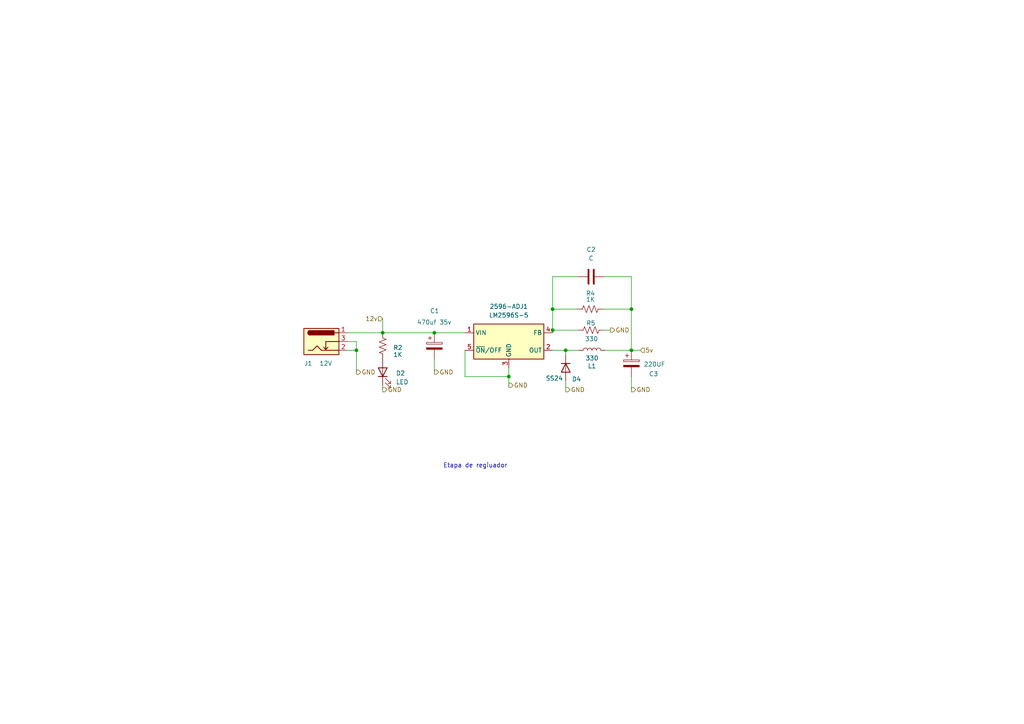
<source format=kicad_sch>
(kicad_sch (version 20230121) (generator eeschema)
  (paper "A4")
  (lib_symbols
    (symbol "Connector:Barrel_Jack_Switch" (pin_names hide)
      (property "Reference" "J" (at 0 5.334 0))
      (property "Value" "Barrel_Jack_Switch" (at 0 -5.08 0))
      (symbol "Barrel_Jack_Switch_0_1"
        (rectangle (start -5.08 3.81) (end 5.08 -3.81) (stroke (width 0.254)) (fill (type background)))
        (arc (start -3.302 3.175) (mid -3.9343 2.54) (end -3.302 1.905) (stroke (width 0.254)))
        (arc (start -3.302 3.175) (mid -3.9343 2.54) (end -3.302 1.905) (stroke (width 0.254)) (fill (type outline)))
        (polyline (pts (xy 1.27 -2.286) (xy 1.905 -1.651)) (stroke (width 0.254)))
        (polyline (pts (xy 5.08 2.54) (xy 3.81 2.54)) (stroke (width 0.254)))
        (polyline (pts (xy 5.08 0) (xy 1.27 0) (xy 1.27 -2.286) (xy 0.635 -1.651)) (stroke (width 0.254)))
        (polyline (pts (xy -3.81 -2.54) (xy -2.54 -2.54) (xy -1.27 -1.27) (xy 0 -2.54) (xy 2.54 -2.54) (xy 5.08 -2.54)) (stroke (width 0.254)))
        (rectangle (start 3.683 3.175) (end -3.302 1.905) (stroke (width 0.254)) (fill (type outline)))
      )
      (symbol "Barrel_Jack_Switch_1_1"
        (pin passive line (at 7.62 2.54 180) (length 2.54) (name "~") (number "1"))
        (pin passive line (at 7.62 -2.54 180) (length 2.54) (name "~") (number "2"))
        (pin passive line (at 7.62 0 180) (length 2.54) (name "~") (number "3"))
      )
    )
    (symbol "Device:C" (pin_numbers hide) (pin_names (offset 0.254))
      (property "Reference" "C" (at 0.635 2.54 0))
      (property "Value" "C" (at 0.635 -2.54 0))
      (symbol "C_0_1"
        (polyline (pts (xy -2.032 -0.762) (xy 2.032 -0.762)) (stroke (width 0.508)))
        (polyline (pts (xy -2.032 0.762) (xy 2.032 0.762)) (stroke (width 0.508)))
      )
      (symbol "C_1_1"
        (pin passive line (at 0 3.81 270) (length 2.794) (name "~") (number "1"))
        (pin passive line (at 0 -3.81 90) (length 2.794) (name "~") (number "2"))
      )
    )
    (symbol "Device:C_Polarized" (pin_numbers hide) (pin_names (offset 0.254))
      (property "Reference" "C" (at 0.635 2.54 0))
      (property "Value" "C_Polarized" (at 0.635 -2.54 0))
      (symbol "C_Polarized_0_1"
        (rectangle (start -2.286 0.508) (end 2.286 1.016))
        (polyline (pts (xy -1.778 2.286) (xy -0.762 2.286)))
        (polyline (pts (xy -1.27 2.794) (xy -1.27 1.778)))
        (rectangle (start 2.286 -0.508) (end -2.286 -1.016) (fill (type outline)))
      )
      (symbol "C_Polarized_1_1"
        (pin passive line (at 0 3.81 270) (length 2.794) (name "~") (number "1"))
        (pin passive line (at 0 -3.81 90) (length 2.794) (name "~") (number "2"))
      )
    )
    (symbol "Device:L" (pin_numbers hide) (pin_names (offset 1.016) hide)
      (property "Reference" "L" (at -1.27 0 90))
      (property "Value" "L" (at 1.905 0 90))
      (symbol "L_0_1"
        (arc (start 0 -2.54) (mid 0.6323 -1.905) (end 0 -1.27))
        (arc (start 0 -1.27) (mid 0.6323 -0.635) (end 0 0))
        (arc (start 0 0) (mid 0.6323 0.635) (end 0 1.27))
        (arc (start 0 1.27) (mid 0.6323 1.905) (end 0 2.54))
      )
      (symbol "L_1_1"
        (pin passive line (at 0 3.81 270) (length 1.27) (name "1") (number "1"))
        (pin passive line (at 0 -3.81 90) (length 1.27) (name "2") (number "2"))
      )
    )
    (symbol "Device:LED" (pin_numbers hide) (pin_names (offset 1.016) hide)
      (property "Reference" "D" (at 0 2.54 0))
      (property "Value" "LED" (at 0 -2.54 0))
      (symbol "LED_0_1"
        (polyline (pts (xy -1.27 -1.27) (xy -1.27 1.27)) (stroke (width 0.254)))
        (polyline (pts (xy -1.27 0) (xy 1.27 0)))
        (polyline (pts (xy 1.27 -1.27) (xy 1.27 1.27) (xy -1.27 0) (xy 1.27 -1.27)) (stroke (width 0.254)))
        (polyline (pts (xy -3.048 -0.762) (xy -4.572 -2.286) (xy -3.81 -2.286) (xy -4.572 -2.286) (xy -4.572 -1.524)))
        (polyline (pts (xy -1.778 -0.762) (xy -3.302 -2.286) (xy -2.54 -2.286) (xy -3.302 -2.286) (xy -3.302 -1.524)))
      )
      (symbol "LED_1_1"
        (pin passive line (at -3.81 0 0) (length 2.54) (name "K") (number "1"))
        (pin passive line (at 3.81 0 180) (length 2.54) (name "A") (number "2"))
      )
    )
    (symbol "Device:R_US" (pin_numbers hide) (pin_names (offset 0))
      (property "Reference" "R" (at 2.54 0 90))
      (property "Value" "R_US" (at -2.54 0 90))
      (symbol "R_US_0_1"
        (polyline (pts (xy 0 -2.286) (xy 0 -2.54)))
        (polyline (pts (xy 0 2.286) (xy 0 2.54)))
        (polyline (pts (xy 0 -0.762) (xy 1.016 -1.143) (xy 0 -1.524) (xy -1.016 -1.905) (xy 0 -2.286)))
        (polyline (pts (xy 0 0.762) (xy 1.016 0.381) (xy 0 0) (xy -1.016 -0.381) (xy 0 -0.762)))
        (polyline (pts (xy 0 2.286) (xy 1.016 1.905) (xy 0 1.524) (xy -1.016 1.143) (xy 0 0.762)))
      )
      (symbol "R_US_1_1"
        (pin passive line (at 0 3.81 270) (length 1.27) (name "~") (number "1"))
        (pin passive line (at 0 -3.81 90) (length 1.27) (name "~") (number "2"))
      )
    )
    (symbol "Diode:US2MA" (pin_numbers hide) (pin_names (offset 1.016) hide)
      (property "Reference" "D" (at 0 2.54 0))
      (property "Value" "US2MA" (at 0 -2.54 0))
      (symbol "US2MA_0_1"
        (polyline (pts (xy -1.27 1.27) (xy -1.27 -1.27)) (stroke (width 0.254)))
        (polyline (pts (xy 1.27 0) (xy -1.27 0)))
        (polyline (pts (xy 1.27 1.27) (xy 1.27 -1.27) (xy -1.27 0) (xy 1.27 1.27)) (stroke (width 0.254)))
      )
      (symbol "US2MA_1_1"
        (pin passive line (at -3.81 0 0) (length 2.54) (name "K") (number "1"))
        (pin passive line (at 3.81 0 180) (length 2.54) (name "A") (number "2"))
      )
    )
    (symbol "Regulator_Switching:LM2596S-5"
      (property "Reference" "U" (at -10.16 6.35 0))
      (property "Value" "LM2596S-5" (at 0 6.35 0))
      (symbol "LM2596S-5_0_1"
        (rectangle (start -10.16 5.08) (end 10.16 -5.08) (stroke (width 0.254)) (fill (type background)))
      )
      (symbol "LM2596S-5_1_1"
        (pin power_in line (at -12.7 2.54 0) (length 2.54) (name "VIN") (number "1"))
        (pin output line (at 12.7 -2.54 180) (length 2.54) (name "OUT") (number "2"))
        (pin power_in line (at 0 -7.62 90) (length 2.54) (name "GND") (number "3"))
        (pin input line (at 12.7 2.54 180) (length 2.54) (name "FB") (number "4"))
        (pin input line (at -12.7 -2.54 0) (length 2.54) (name "~{ON}/OFF") (number "5"))
      )
    )
  )
  (junction (at 103.378 101.6))
  (junction (at 160.274 89.662))
  (junction (at 160.274 95.758))
  (junction (at 164.084 101.6))
  (junction (at 183.134 101.6))
  (junction (at 125.984 96.52))
  (junction (at 183.134 89.662))
  (junction (at 110.998 96.52))
  (junction (at 147.574 109.22))
  (wire (pts (xy 175.006 89.662) (xy 183.134 89.662)))
  (wire (pts (xy 103.378 101.6) (xy 103.378 107.95)))
  (wire (pts (xy 160.274 101.6) (xy 164.084 101.6)))
  (wire (pts (xy 134.874 109.22) (xy 147.574 109.22)))
  (wire (pts (xy 164.084 102.87) (xy 164.084 101.6)))
  (wire (pts (xy 100.838 101.6) (xy 103.378 101.6)))
  (wire (pts (xy 110.998 96.52) (xy 100.838 96.52)))
  (wire (pts (xy 110.998 111.76) (xy 110.998 113.03)))
  (wire (pts (xy 175.26 80.264) (xy 183.134 80.264)))
  (wire (pts (xy 134.874 101.6) (xy 134.874 109.22)))
  (wire (pts (xy 183.134 80.264) (xy 183.134 89.662)))
  (wire (pts (xy 160.274 95.758) (xy 160.274 96.52)))
  (wire (pts (xy 167.64 80.264) (xy 160.274 80.264)))
  (wire (pts (xy 125.984 96.52) (xy 134.874 96.52)))
  (wire (pts (xy 125.984 104.14) (xy 125.984 107.95)))
  (wire (pts (xy 160.274 80.264) (xy 160.274 89.662)))
  (wire (pts (xy 147.574 109.22) (xy 147.574 111.76)))
  (wire (pts (xy 160.274 89.662) (xy 160.274 95.758)))
  (wire (pts (xy 147.574 106.68) (xy 147.574 109.22)))
  (wire (pts (xy 103.378 99.06) (xy 103.378 101.6)))
  (wire (pts (xy 167.386 89.662) (xy 160.274 89.662)))
  (wire (pts (xy 175.514 101.6) (xy 183.134 101.6)))
  (wire (pts (xy 183.134 109.22) (xy 183.134 113.03)))
  (wire (pts (xy 160.274 95.758) (xy 167.64 95.758)))
  (wire (pts (xy 183.134 89.662) (xy 183.134 101.6)))
  (wire (pts (xy 110.998 96.52) (xy 125.984 96.52)))
  (wire (pts (xy 100.838 99.06) (xy 103.378 99.06)))
  (wire (pts (xy 164.084 113.03) (xy 164.084 110.49)))
  (wire (pts (xy 110.998 92.456) (xy 110.998 96.52)))
  (wire (pts (xy 164.084 101.6) (xy 167.894 101.6)))
  (wire (pts (xy 175.26 95.758) (xy 177.038 95.758)))
  (wire (pts (xy 183.134 101.6) (xy 185.674 101.6)))
  (text "Etapa de regiuador\n" (at 128.524 135.89 0) (effects (font (size 1.27 1.27)) (justify left bottom)))
  (hierarchical_label "GND" (shape output) (at 164.084 113.03 0))
  (hierarchical_label "GND" (shape output) (at 103.378 107.95 0))
  (hierarchical_label "GND" (shape output) (at 177.038 95.758 0))
  (hierarchical_label "GND" (shape output) (at 147.574 111.76 0))
  (hierarchical_label "5v" (shape input) (at 185.674 101.6 0))
  (hierarchical_label "12v" (shape input) (at 110.998 92.456 180))
  (hierarchical_label "GND" (shape output) (at 183.134 113.03 0))
  (hierarchical_label "GND" (shape output) (at 125.984 107.95 0))
  (hierarchical_label "GND" (shape output) (at 110.998 113.03 0))
  (symbol (lib_id "Device:LED") (at 110.998 107.95 90) (unit 1)
    (property "Reference" "D2" (at 114.808 108.2674 90) (effects (justify right)))
    (property "Value" "LED" (at 114.808 110.8074 90) (effects (justify right)))
    (property "Footprint" "Resistor_SMD:R_1206_3216Metric_Pad1.30x1.75mm_HandSolder" (effects hide))
    (instances (project "SCARAB-V1" (path "" (reference "D2") (unit 1))) (project "ER-PROMEGA-SHIELD" (path "" (reference "D1") (unit 1))))
  )
  (symbol (lib_id "Device:R_US") (at 110.998 100.33 0) (unit 1)
    (property "Reference" "R2" (at 114.046 100.838 0) (effects (justify left)))
    (property "Value" "1K" (at 114.046 102.87 0) (effects (justify left)))
    (property "Footprint" "Resistor_SMD:R_0805_2012Metric_Pad1.20x1.40mm_HandSolder" (effects hide))
    (instances (project "SCARAB-V1" (path "" (reference "R2") (unit 1))) (project "ER-PROMEGA-SHIELD" (path "" (reference "R1") (unit 1))))
  )
  (symbol (lib_id "Device:C") (at 171.45 80.264 90) (unit 1)
    (property "Reference" "C2" (at 171.45 72.39 90))
    (property "Value" "C" (at 171.45 74.93 90))
    (property "Footprint" "Capacitor_SMD:C_0805_2012Metric" (effects hide))
  )
  (symbol (lib_id "Device:R_US") (at 171.196 89.662 270) (unit 1)
    (property "Reference" "R4" (at 169.926 85.09 90) (effects (justify left)))
    (property "Value" "1K" (at 169.926 86.868 90) (effects (justify left)))
    (property "Footprint" "Resistor_SMD:R_0805_2012Metric_Pad1.20x1.40mm_HandSolder" (effects hide))
    (instances (project "SCARAB-V1" (path "" (reference "R4") (unit 1))) (project "ER-PROMEGA-SHIELD" (path "" (reference "R2") (unit 1))))
  )
  (symbol (lib_id "Connector:Barrel_Jack_Switch") (at 93.218 99.06 0) (unit 1)
    (property "Reference" "J1" (at 89.408 105.41 0))
    (property "Value" "12V" (at 94.488 105.41 0))
    (property "Footprint" "Connector_BarrelJack:BarrelJack_Horizontal" (effects hide))
  )
  (symbol (lib_id "Device:R_US") (at 171.45 95.758 90) (unit 1)
    (property "Reference" "R5" (at 172.72 93.726 90) (effects (justify left)))
    (property "Value" "330" (at 173.482 98.298 90) (effects (justify left)))
    (property "Footprint" "Resistor_SMD:R_0805_2012Metric_Pad1.20x1.40mm_HandSolder" (effects hide))
    (instances (project "SCARAB-V1" (path "" (reference "R5") (unit 1))) (project "ER-PROMEGA-SHIELD" (path "" (reference "R3") (unit 1))))
  )
  (symbol (lib_id "Device:L") (at 171.704 101.6 90) (unit 1)
    (property "Reference" "L1" (at 171.704 106.172 90))
    (property "Value" "330" (at 171.704 103.886 90))
    (property "Footprint" "Inductor_SMD:L_Bourns-SRN1060" (effects hide))
  )
  (symbol (lib_id "Diode:US2MA") (at 164.084 106.68 270) (unit 1)
    (property "Reference" "D4" (at 165.862 109.982 90) (effects (justify left)))
    (property "Value" "SS24" (at 158.242 109.728 90) (effects (justify left)))
    (property "Footprint" "Diode_SMD:D_SMA" (effects hide))
    (property "Datasheet" "https://www.onsemi.com/pub/Collateral/US2AA-D.PDF" (effects hide))
    (instances (project "SCARAB-V1" (path "" (reference "D4") (unit 1))) (project "ER-PROMEGA-SHIELD" (path "" (reference "D2") (unit 1))))
  )
  (symbol (lib_id "Device:C_Polarized") (at 125.984 100.33 0) (unit 1)
    (property "Reference" "C1" (at 124.714 90.17 0) (effects (justify left)))
    (property "Value" "470uf 35v" (at 120.904 93.472 0) (effects (justify left)))
    (property "Footprint" "Capacitor_THT:CP_Radial_D6.3mm_P2.50mm" (effects hide))
  )
  (symbol (lib_id "Regulator_Switching:LM2596S-5") (at 147.574 99.06 0) (unit 1)
    (property "Reference" "2596-ADJ1" (at 147.574 88.9 0))
    (property "Value" "LM2596S-5" (at 147.574 91.44 0))
    (property "Footprint" "Package_TO_SOT_SMD:TO-263-5_TabPin3" (effects hide))
    (property "Datasheet" "http://www.ti.com/lit/ds/symlink/lm2596.pdf" (effects hide))
  )
  (symbol (lib_id "Device:C_Polarized") (at 183.134 105.41 0) (unit 1)
    (property "Reference" "C3" (at 188.214 108.458 0) (effects (justify left)))
    (property "Value" "220UF" (at 186.69 105.664 0) (effects (justify left)))
    (property "Footprint" "Capacitor_THT:CP_Radial_D6.3mm_P2.50mm" (effects hide))
  )
)
</source>
